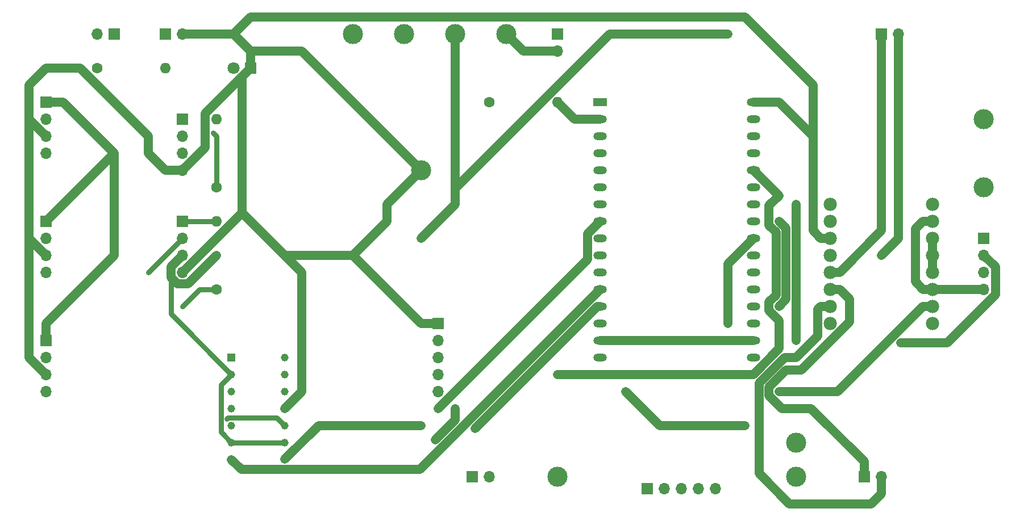
<source format=gbl>
%TF.GenerationSoftware,KiCad,Pcbnew,8.0.7*%
%TF.CreationDate,2025-09-21T15:12:51-04:00*%
%TF.ProjectId,buzzcar_main,62757a7a-6361-4725-9f6d-61696e2e6b69,rev?*%
%TF.SameCoordinates,Original*%
%TF.FileFunction,Copper,L2,Bot*%
%TF.FilePolarity,Positive*%
%FSLAX46Y46*%
G04 Gerber Fmt 4.6, Leading zero omitted, Abs format (unit mm)*
G04 Created by KiCad (PCBNEW 8.0.7) date 2025-09-21 15:12:51*
%MOMM*%
%LPD*%
G01*
G04 APERTURE LIST*
%TA.AperFunction,ComponentPad*%
%ADD10R,2.000000X1.200000*%
%TD*%
%TA.AperFunction,ComponentPad*%
%ADD11O,2.000000X1.200000*%
%TD*%
%TA.AperFunction,ComponentPad*%
%ADD12C,1.600000*%
%TD*%
%TA.AperFunction,ComponentPad*%
%ADD13O,1.600000X1.600000*%
%TD*%
%TA.AperFunction,ComponentPad*%
%ADD14R,1.700000X1.700000*%
%TD*%
%TA.AperFunction,ComponentPad*%
%ADD15O,1.700000X1.700000*%
%TD*%
%TA.AperFunction,ComponentPad*%
%ADD16R,1.800000X1.800000*%
%TD*%
%TA.AperFunction,ComponentPad*%
%ADD17C,1.800000*%
%TD*%
%TA.AperFunction,ComponentPad*%
%ADD18C,3.000000*%
%TD*%
%TA.AperFunction,ComponentPad*%
%ADD19R,1.170000X1.170000*%
%TD*%
%TA.AperFunction,ComponentPad*%
%ADD20C,1.170000*%
%TD*%
%TA.AperFunction,ComponentPad*%
%ADD21C,1.980000*%
%TD*%
%TA.AperFunction,ViaPad*%
%ADD22C,0.600000*%
%TD*%
%TA.AperFunction,Conductor*%
%ADD23C,1.370000*%
%TD*%
%TA.AperFunction,Conductor*%
%ADD24C,0.780000*%
%TD*%
G04 APERTURE END LIST*
D10*
%TO.P,U1,1,3V3*%
%TO.N,unconnected-(U1-3V3-Pad1)*%
X107950000Y-33020000D03*
D11*
%TO.P,U1,2,EN/RESET*%
%TO.N,Net-(U1-EN{slash}RESET)*%
X107950000Y-35560000D03*
%TO.P,U1,3,GPIO4/MTMS*%
%TO.N,Net-(J12-Pin_5)*%
X107950000Y-38100000D03*
%TO.P,U1,4,GPIO5/MTDI*%
%TO.N,Net-(J12-Pin_4)*%
X107950000Y-40640000D03*
%TO.P,U1,5,GPIO6*%
%TO.N,Net-(J12-Pin_3)*%
X107950000Y-43180000D03*
%TO.P,U1,6,GPIO7*%
%TO.N,Net-(J12-Pin_2)*%
X107950000Y-45720000D03*
%TO.P,U1,7,GPIO0*%
%TO.N,Net-(J12-Pin_1)*%
X107950000Y-48260000D03*
%TO.P,U1,8,GPIO1*%
%TO.N,/sens_c*%
X107950000Y-50800000D03*
%TO.P,U1,9,GPIO8/BOOT*%
%TO.N,unconnected-(U1-GPIO8{slash}BOOT-Pad9)*%
X107950000Y-53340000D03*
%TO.P,U1,10,GPIO10*%
%TO.N,unconnected-(U1-GPIO10-Pad10)*%
X107950000Y-55880000D03*
%TO.P,U1,11,GPIO11*%
%TO.N,Net-(U1-GPIO11)*%
X107950000Y-58420000D03*
%TO.P,U1,12,GPIO2*%
%TO.N,/sens_b*%
X107950000Y-60960000D03*
%TO.P,U1,13,GPIO3*%
%TO.N,/sens_a*%
X107950000Y-63500000D03*
%TO.P,U1,14,5V*%
%TO.N,+5V*%
X107950000Y-66040000D03*
%TO.P,U1,15,GND*%
%TO.N,GND*%
X107950000Y-68580000D03*
%TO.P,U1,16,NC*%
%TO.N,unconnected-(U1-NC-Pad16)*%
X107950000Y-71120000D03*
%TO.P,U1,17,NC*%
%TO.N,unconnected-(U1-NC-Pad17)*%
X130810000Y-71120000D03*
%TO.P,U1,18,GND*%
%TO.N,GND*%
X130810000Y-68580000D03*
%TO.P,U1,19,GPIO12/USB_D-*%
%TO.N,unconnected-(U1-GPIO12{slash}USB_D--Pad19)*%
X130810000Y-66040000D03*
%TO.P,U1,20,GPIO13/USB_D+*%
%TO.N,unconnected-(U1-GPIO13{slash}USB_D+-Pad20)*%
X130810000Y-63500000D03*
%TO.P,U1,21,GND*%
%TO.N,unconnected-(U1-GND-Pad21)*%
X130810000Y-60960000D03*
%TO.P,U1,22,GPIO9/BOOT*%
%TO.N,unconnected-(U1-GPIO9{slash}BOOT-Pad22)*%
X130810000Y-58420000D03*
%TO.P,U1,23,GPIO18*%
%TO.N,unconnected-(U1-GPIO18-Pad23)*%
X130810000Y-55880000D03*
%TO.P,U1,24,GPIO19*%
%TO.N,/motor_b_pwm*%
X130810000Y-53340000D03*
%TO.P,U1,25,GPIO20*%
%TO.N,/motor_a_pwm*%
X130810000Y-50800000D03*
%TO.P,U1,26,GPIO21*%
%TO.N,/i2c_scn_scl*%
X130810000Y-48260000D03*
%TO.P,U1,27,GPIO22*%
%TO.N,/i2c_scn_sda*%
X130810000Y-45720000D03*
%TO.P,U1,28,GPIO23*%
%TO.N,/spk_sig*%
X130810000Y-43180000D03*
%TO.P,U1,29,GPIO15/JTAG*%
%TO.N,unconnected-(U1-GPIO15{slash}JTAG-Pad29)*%
X130810000Y-40640000D03*
%TO.P,U1,30,GPIO17/U0RXD*%
%TO.N,unconnected-(U1-GPIO17{slash}U0RXD-Pad30)*%
X130810000Y-38100000D03*
%TO.P,U1,31,GPIO16/U0TXD*%
%TO.N,unconnected-(U1-GPIO16{slash}U0TXD-Pad31)*%
X130810000Y-35560000D03*
%TO.P,U1,32,GND*%
%TO.N,GND*%
X130810000Y-33020000D03*
%TD*%
D12*
%TO.P,R1,1*%
%TO.N,+9V*%
X50800000Y-45720000D03*
D13*
%TO.P,R1,2*%
%TO.N,Net-(J2-Pin_1)*%
X50800000Y-35560000D03*
%TD*%
D14*
%TO.P,J8,1,Pin_1*%
%TO.N,/vo-*%
X88900000Y-88900000D03*
D15*
%TO.P,J8,2,Pin_2*%
%TO.N,/vo+*%
X91440000Y-88900000D03*
%TD*%
D14*
%TO.P,J9,1,Pin_1*%
%TO.N,+5V*%
X25400000Y-33020000D03*
D15*
%TO.P,J9,2,Pin_2*%
%TO.N,+3.3V*%
X25400000Y-35560000D03*
%TO.P,J9,3,Pin_3*%
%TO.N,GND*%
X25400000Y-38100000D03*
%TO.P,J9,4,Pin_4*%
%TO.N,/sig_c*%
X25400000Y-40640000D03*
%TD*%
D16*
%TO.P,D1,1,K*%
%TO.N,GND*%
X55880000Y-27940000D03*
D17*
%TO.P,D1,2,A*%
%TO.N,Net-(D1-A)*%
X53340000Y-27940000D03*
%TD*%
D12*
%TO.P,R4,1*%
%TO.N,+9V*%
X33020000Y-27940000D03*
D13*
%TO.P,R4,2*%
%TO.N,Net-(D1-A)*%
X43180000Y-27940000D03*
%TD*%
D14*
%TO.P,SW2,1,1*%
%TO.N,+5V*%
X101600000Y-22860000D03*
D15*
%TO.P,SW2,2,2*%
%TO.N,Net-(U1-GPIO11)*%
X101600000Y-25400000D03*
%TD*%
D18*
%TO.P,TP5,1,1*%
%TO.N,+9V*%
X165100000Y-35560000D03*
%TD*%
D19*
%TO.P,U2,1,1OUT*%
%TO.N,/sens_c*%
X53020000Y-71120000D03*
D20*
%TO.P,U2,2,1IN-*%
%TO.N,+3.3V*%
X53020000Y-73660000D03*
%TO.P,U2,3,1IN+*%
%TO.N,/sig_c*%
X53020000Y-76200000D03*
%TO.P,U2,4,VCC*%
%TO.N,+5V*%
X53020000Y-78740000D03*
%TO.P,U2,5,2IN+*%
%TO.N,/sig_b*%
X53020000Y-81280000D03*
%TO.P,U2,6,2IN-*%
%TO.N,+3.3V*%
X53020000Y-83820000D03*
%TO.P,U2,7,2OUT*%
%TO.N,/sens_b*%
X53020000Y-86360000D03*
%TO.P,U2,8,3OUT*%
%TO.N,/sens_a*%
X60960000Y-86360000D03*
%TO.P,U2,9,3IN-*%
%TO.N,+3.3V*%
X60960000Y-83820000D03*
%TO.P,U2,10,3IN+*%
%TO.N,/sig_a*%
X60960000Y-81280000D03*
%TO.P,U2,11,GND*%
%TO.N,GND*%
X60960000Y-78740000D03*
%TO.P,U2,12,4IN+*%
%TO.N,unconnected-(U2-4IN+-Pad12)*%
X60960000Y-76200000D03*
%TO.P,U2,13,4IN-*%
%TO.N,unconnected-(U2-4IN--Pad13)*%
X60960000Y-73660000D03*
%TO.P,U2,14,4OUT*%
%TO.N,unconnected-(U2-4OUT-Pad14)*%
X60960000Y-71120000D03*
%TD*%
D12*
%TO.P,R2,1*%
%TO.N,+9V*%
X50800000Y-60960000D03*
D13*
%TO.P,R2,2*%
%TO.N,Net-(J3-Pin_1)*%
X50800000Y-50800000D03*
%TD*%
D21*
%TO.P,U3,1,VM*%
%TO.N,+9V*%
X142240000Y-48260000D03*
%TO.P,U3,2,VCC*%
%TO.N,+3.3V*%
X142240000Y-50800000D03*
%TO.P,U3,3,GND*%
%TO.N,GND*%
X142240000Y-53340000D03*
%TO.P,U3,4,A01*%
%TO.N,Net-(J4-Pin_2)*%
X142240000Y-55880000D03*
%TO.P,U3,5,A02*%
%TO.N,Net-(J4-Pin_1)*%
X142240000Y-58420000D03*
%TO.P,U3,6,B02*%
%TO.N,Net-(J5-Pin_1)*%
X142240000Y-60960000D03*
%TO.P,U3,7,B01*%
%TO.N,Net-(J5-Pin_2)*%
X142240000Y-63500000D03*
%TO.P,U3,8,GND*%
%TO.N,GND*%
X142240000Y-66040000D03*
%TO.P,U3,9,GND*%
X157480000Y-66040000D03*
%TO.P,U3,10,PWMB*%
%TO.N,/motor_b_pwm*%
X157480000Y-63500000D03*
%TO.P,U3,11,BI2*%
%TO.N,GND*%
X157480000Y-60960000D03*
%TO.P,U3,12,BI1*%
%TO.N,+3.3V*%
X157480000Y-58420000D03*
%TO.P,U3,13,STBY*%
X157480000Y-55880000D03*
%TO.P,U3,14,AI1*%
X157480000Y-53340000D03*
%TO.P,U3,15,AI2*%
%TO.N,GND*%
X157480000Y-50800000D03*
%TO.P,U3,16,PWMA*%
%TO.N,/motor_a_pwm*%
X157480000Y-48260000D03*
%TD*%
D18*
%TO.P,TP10,1,1*%
%TO.N,Net-(U1-GPIO11)*%
X93980000Y-22860000D03*
%TD*%
D14*
%TO.P,J11,1,Pin_1*%
%TO.N,+5V*%
X25400000Y-68580000D03*
D15*
%TO.P,J11,2,Pin_2*%
%TO.N,+3.3V*%
X25400000Y-71120000D03*
%TO.P,J11,3,Pin_3*%
%TO.N,GND*%
X25400000Y-73660000D03*
%TO.P,J11,4,Pin_4*%
%TO.N,/sig_a*%
X25400000Y-76200000D03*
%TD*%
D18*
%TO.P,TP6,1,1*%
%TO.N,+3.3V*%
X165100000Y-45720000D03*
%TD*%
%TO.P,TP3,1,1*%
%TO.N,+5V*%
X78740000Y-22860000D03*
%TD*%
D14*
%TO.P,J3,1,Pin_1*%
%TO.N,Net-(J3-Pin_1)*%
X45720000Y-50800000D03*
D15*
%TO.P,J3,2,Pin_2*%
%TO.N,+9V*%
X45720000Y-53340000D03*
%TO.P,J3,3,Pin_3*%
%TO.N,+3.3V*%
X45720000Y-55880000D03*
%TO.P,J3,4,Pin_4*%
%TO.N,GND*%
X45720000Y-58420000D03*
%TD*%
D12*
%TO.P,R3,1*%
%TO.N,+5V*%
X91440000Y-33020000D03*
D13*
%TO.P,R3,2*%
%TO.N,Net-(U1-EN{slash}RESET)*%
X101600000Y-33020000D03*
%TD*%
D14*
%TO.P,SW1,1,A*%
%TO.N,Net-(J1-Pin_1)*%
X35560000Y-22860000D03*
D15*
%TO.P,SW1,2,B*%
%TO.N,+9V*%
X33020000Y-22860000D03*
%TD*%
D18*
%TO.P,TP8,1,1*%
%TO.N,GND*%
X137160000Y-88900000D03*
%TD*%
D14*
%TO.P,J6,1,Pin_1*%
%TO.N,/i2c_scn_sda*%
X165100000Y-53340000D03*
D15*
%TO.P,J6,2,Pin_2*%
%TO.N,/i2c_scn_scl*%
X165100000Y-55880000D03*
%TO.P,J6,3,Pin_3*%
%TO.N,+3.3V*%
X165100000Y-58420000D03*
%TO.P,J6,4,Pin_4*%
%TO.N,GND*%
X165100000Y-60960000D03*
%TD*%
D18*
%TO.P,TP2,1,1*%
%TO.N,GND*%
X81280000Y-43180000D03*
%TD*%
%TO.P,TP7,1,1*%
%TO.N,+5V*%
X101600000Y-88900000D03*
%TD*%
D14*
%TO.P,J7,1,Pin_1*%
%TO.N,GND*%
X83820000Y-66040000D03*
D15*
%TO.P,J7,2,Pin_2*%
%TO.N,+3.3V*%
X83820000Y-68580000D03*
%TO.P,J7,3,Pin_3*%
%TO.N,/spk_sig*%
X83820000Y-71120000D03*
%TO.P,J7,4,Pin_4*%
%TO.N,/vo+*%
X83820000Y-73660000D03*
%TO.P,J7,5,Pin_5*%
%TO.N,/vo-*%
X83820000Y-76200000D03*
%TD*%
D18*
%TO.P,TP9,1,1*%
%TO.N,GND*%
X137160000Y-83820000D03*
%TD*%
D14*
%TO.P,J1,1,Pin_1*%
%TO.N,Net-(J1-Pin_1)*%
X43180000Y-22860000D03*
D15*
%TO.P,J1,2,Pin_2*%
%TO.N,GND*%
X45720000Y-22860000D03*
%TD*%
D14*
%TO.P,J4,1,Pin_1*%
%TO.N,Net-(J4-Pin_1)*%
X149860000Y-22860000D03*
D15*
%TO.P,J4,2,Pin_2*%
%TO.N,Net-(J4-Pin_2)*%
X152400000Y-22860000D03*
%TD*%
D14*
%TO.P,J12,1,Pin_1*%
%TO.N,Net-(J12-Pin_1)*%
X115015000Y-90725000D03*
D15*
%TO.P,J12,2,Pin_2*%
%TO.N,Net-(J12-Pin_2)*%
X117555000Y-90725000D03*
%TO.P,J12,3,Pin_3*%
%TO.N,Net-(J12-Pin_3)*%
X120095000Y-90725000D03*
%TO.P,J12,4,Pin_4*%
%TO.N,Net-(J12-Pin_4)*%
X122635000Y-90725000D03*
%TO.P,J12,5,Pin_5*%
%TO.N,Net-(J12-Pin_5)*%
X125175000Y-90725000D03*
%TD*%
D18*
%TO.P,TP1,1,1*%
%TO.N,+9V*%
X71120000Y-22860000D03*
%TD*%
D14*
%TO.P,J5,1,Pin_1*%
%TO.N,Net-(J5-Pin_1)*%
X147320000Y-88900000D03*
D15*
%TO.P,J5,2,Pin_2*%
%TO.N,Net-(J5-Pin_2)*%
X149860000Y-88900000D03*
%TD*%
D14*
%TO.P,J10,1,Pin_1*%
%TO.N,+5V*%
X25400000Y-50800000D03*
D15*
%TO.P,J10,2,Pin_2*%
%TO.N,+3.3V*%
X25400000Y-53340000D03*
%TO.P,J10,3,Pin_3*%
%TO.N,GND*%
X25400000Y-55880000D03*
%TO.P,J10,4,Pin_4*%
%TO.N,/sig_b*%
X25400000Y-58420000D03*
%TD*%
D14*
%TO.P,J2,1,Pin_1*%
%TO.N,Net-(J2-Pin_1)*%
X45720000Y-35560000D03*
D15*
%TO.P,J2,2,Pin_2*%
%TO.N,+9V*%
X45720000Y-38100000D03*
%TO.P,J2,3,Pin_3*%
%TO.N,+5V*%
X45720000Y-40640000D03*
%TO.P,J2,4,Pin_4*%
%TO.N,GND*%
X45720000Y-43180000D03*
%TD*%
D18*
%TO.P,TP4,1,1*%
%TO.N,+3.3V*%
X86360000Y-22860000D03*
%TD*%
D22*
%TO.N,GND*%
X129540000Y-81280000D03*
X111760000Y-76200000D03*
%TO.N,+9V*%
X40640000Y-58420000D03*
X45720000Y-63500000D03*
%TO.N,+5V*%
X35560000Y-40640000D03*
%TO.N,+3.3V*%
X127000000Y-22860000D03*
X81280000Y-53340000D03*
X50800000Y-55880000D03*
%TO.N,Net-(J4-Pin_2)*%
X149860000Y-55880000D03*
%TO.N,/i2c_scn_sda*%
X137160000Y-48260000D03*
X137160000Y-68580000D03*
%TO.N,/i2c_scn_scl*%
X134620000Y-50800000D03*
X134620000Y-63500000D03*
X152758503Y-68938504D03*
%TO.N,/spk_sig*%
X101600000Y-73660000D03*
%TO.N,/vo-*%
X83396461Y-83396461D03*
X86360000Y-78740000D03*
%TO.N,/sens_a*%
X89323539Y-81703539D03*
X81280000Y-81280000D03*
%TO.N,/sens_c*%
X83820000Y-78740000D03*
%TO.N,/motor_b_pwm*%
X134620000Y-76200000D03*
X127000000Y-66040000D03*
%TO.N,/sig_a*%
X52349150Y-80289150D03*
%TO.N,+9V*%
X50317000Y-37617000D03*
%TD*%
D23*
%TO.N,GND*%
X60960000Y-78740000D02*
X63500000Y-76200000D01*
X139700000Y-30480000D02*
X129540000Y-20320000D01*
X30480000Y-27940000D02*
X40640000Y-38100000D01*
X54610000Y-49530000D02*
X45720000Y-58420000D01*
X22860000Y-35560000D02*
X22860000Y-53340000D01*
X76200000Y-50800000D02*
X76200000Y-48260000D01*
X157480000Y-50800000D02*
X156079929Y-50800000D01*
X71120000Y-55880000D02*
X76200000Y-50800000D01*
X165100000Y-60960000D02*
X157480000Y-60960000D01*
X139700000Y-38100000D02*
X139700000Y-30480000D01*
X55880000Y-27940000D02*
X54610000Y-29210000D01*
X40640000Y-40640000D02*
X43180000Y-43180000D01*
X22860000Y-30480000D02*
X22860000Y-35560000D01*
X45720000Y-22860000D02*
X53340000Y-22860000D01*
X81280000Y-66040000D02*
X71120000Y-55880000D01*
X81280000Y-43180000D02*
X63500000Y-25400000D01*
X22860000Y-35560000D02*
X25400000Y-38100000D01*
X139700000Y-52200071D02*
X139700000Y-38100000D01*
X22860000Y-53340000D02*
X25400000Y-55880000D01*
X154940000Y-59820071D02*
X156079929Y-60960000D01*
X129540000Y-81280000D02*
X116840000Y-81280000D01*
X83820000Y-66040000D02*
X81280000Y-66040000D01*
X140839929Y-53340000D02*
X139700000Y-52200071D01*
X156079929Y-50800000D02*
X154940000Y-51939929D01*
X60960000Y-55880000D02*
X59690000Y-54610000D01*
X68580000Y-55880000D02*
X71120000Y-55880000D01*
X63500000Y-76200000D02*
X63500000Y-58420000D01*
X49115000Y-39785000D02*
X45720000Y-43180000D01*
X107950000Y-68580000D02*
X130810000Y-68580000D01*
X55880000Y-20320000D02*
X53340000Y-22860000D01*
X49115000Y-34705000D02*
X49115000Y-39785000D01*
X134620000Y-33020000D02*
X139700000Y-38100000D01*
X30480000Y-27940000D02*
X25400000Y-27940000D01*
X40640000Y-38100000D02*
X40640000Y-40640000D01*
X59690000Y-54610000D02*
X54610000Y-49530000D01*
X130810000Y-33020000D02*
X134620000Y-33020000D01*
X54610000Y-29210000D02*
X54610000Y-49530000D01*
X25400000Y-27940000D02*
X22860000Y-30480000D01*
X156079929Y-60960000D02*
X157480000Y-60960000D01*
X129540000Y-20320000D02*
X55880000Y-20320000D01*
X142240000Y-53340000D02*
X140839929Y-53340000D01*
X63500000Y-58420000D02*
X59690000Y-54610000D01*
X76200000Y-48260000D02*
X81280000Y-43180000D01*
X154940000Y-51939929D02*
X154940000Y-59820071D01*
X22860000Y-71120000D02*
X25400000Y-73660000D01*
X43180000Y-43180000D02*
X45720000Y-43180000D01*
X55880000Y-27940000D02*
X49115000Y-34705000D01*
X53340000Y-22860000D02*
X55880000Y-25400000D01*
X63500000Y-25400000D02*
X55880000Y-25400000D01*
X22860000Y-53340000D02*
X22860000Y-71120000D01*
X68580000Y-55880000D02*
X60960000Y-55880000D01*
X116840000Y-81280000D02*
X111760000Y-76200000D01*
X55880000Y-25400000D02*
X55880000Y-27940000D01*
D24*
%TO.N,+9V*%
X40640000Y-58420000D02*
X45720000Y-53340000D01*
X50800000Y-60960000D02*
X48260000Y-60960000D01*
X48260000Y-60960000D02*
X45720000Y-63500000D01*
D23*
%TO.N,+5V*%
X27940000Y-33020000D02*
X25400000Y-33020000D01*
X35560000Y-40640000D02*
X27940000Y-33020000D01*
X25400000Y-66040000D02*
X25400000Y-68580000D01*
X35560000Y-40640000D02*
X25400000Y-50800000D01*
X35560000Y-40640000D02*
X35560000Y-55880000D01*
X35560000Y-55880000D02*
X25400000Y-66040000D01*
D24*
%TO.N,Net-(J3-Pin_1)*%
X50800000Y-50800000D02*
X45720000Y-50800000D01*
D23*
%TO.N,+3.3V*%
X86360000Y-48260000D02*
X86360000Y-22860000D01*
X43985000Y-58420000D02*
X43985000Y-59225000D01*
D24*
X60960000Y-83820000D02*
X53020000Y-83820000D01*
X53020000Y-73660000D02*
X43985000Y-64625000D01*
D23*
X86360000Y-45877050D02*
X109377050Y-22860000D01*
D24*
X51442151Y-82242151D02*
X51442151Y-75237849D01*
D23*
X157480000Y-55880000D02*
X157480000Y-58420000D01*
D24*
X53020000Y-83820000D02*
X51442151Y-82242151D01*
D23*
X86360000Y-48260000D02*
X86360000Y-45877050D01*
X43985000Y-57615000D02*
X43985000Y-58420000D01*
X46525000Y-60155000D02*
X50800000Y-55880000D01*
X43985000Y-59225000D02*
X44915000Y-60155000D01*
X45720000Y-55880000D02*
X43985000Y-57615000D01*
D24*
X43985000Y-64625000D02*
X43985000Y-58420000D01*
D23*
X81280000Y-53340000D02*
X86360000Y-48260000D01*
X157480000Y-53340000D02*
X157480000Y-55880000D01*
D24*
X51442151Y-75237849D02*
X53020000Y-73660000D01*
D23*
X44915000Y-60155000D02*
X46525000Y-60155000D01*
X109377050Y-22860000D02*
X127000000Y-22860000D01*
%TO.N,Net-(J4-Pin_1)*%
X143640071Y-58420000D02*
X142240000Y-58420000D01*
X149860000Y-52200071D02*
X143640071Y-58420000D01*
X149860000Y-22860000D02*
X149860000Y-52200071D01*
%TO.N,Net-(J4-Pin_2)*%
X152400000Y-53340000D02*
X149860000Y-55880000D01*
X152400000Y-22860000D02*
X152400000Y-53340000D01*
%TO.N,Net-(J5-Pin_2)*%
X137160000Y-71120000D02*
X135465844Y-71120000D01*
X148305000Y-92995000D02*
X149860000Y-91440000D01*
X135465844Y-71120000D02*
X131626000Y-74959844D01*
X131626000Y-88446000D02*
X136175000Y-92995000D01*
X149860000Y-91440000D02*
X149860000Y-88900000D01*
X136175000Y-92995000D02*
X148305000Y-92995000D01*
X140365000Y-63974929D02*
X140365000Y-67915000D01*
X140365000Y-67915000D02*
X137160000Y-71120000D01*
X140839929Y-63500000D02*
X140365000Y-63974929D01*
X131626000Y-74959844D02*
X131626000Y-88446000D01*
X142240000Y-63500000D02*
X140839929Y-63500000D01*
%TO.N,Net-(J5-Pin_1)*%
X143640071Y-60960000D02*
X142240000Y-60960000D01*
X135663000Y-73039922D02*
X137891729Y-73039922D01*
X133123000Y-76820078D02*
X133123000Y-75579922D01*
X147320000Y-88900000D02*
X147320000Y-86680000D01*
X137891729Y-73039922D02*
X145137071Y-65794580D01*
X139380000Y-78740000D02*
X135042922Y-78740000D01*
X135042922Y-78740000D02*
X133123000Y-76820078D01*
X145137071Y-65794580D02*
X145137071Y-62457000D01*
X145137071Y-62457000D02*
X143640071Y-60960000D01*
X133123000Y-75579922D02*
X135663000Y-73039922D01*
X147320000Y-86680000D02*
X139380000Y-78740000D01*
%TO.N,/i2c_scn_sda*%
X137160000Y-68580000D02*
X137160000Y-48260000D01*
%TO.N,/i2c_scn_scl*%
X134620000Y-63500000D02*
X135663000Y-62457000D01*
X135663000Y-51843000D02*
X134620000Y-50800000D01*
X166835000Y-57615000D02*
X166835000Y-61765000D01*
X166835000Y-61765000D02*
X159661496Y-68938504D01*
X135663000Y-62457000D02*
X135663000Y-51843000D01*
X165100000Y-55880000D02*
X166835000Y-57615000D01*
X159661496Y-68938504D02*
X152758503Y-68938504D01*
%TO.N,/spk_sig*%
X134166000Y-52463078D02*
X134166000Y-61836922D01*
X133123000Y-48487000D02*
X133123000Y-51420078D01*
X134620000Y-46990000D02*
X133123000Y-48487000D01*
X130810000Y-43180000D02*
X134620000Y-46990000D01*
X130770107Y-73660000D02*
X101600000Y-73660000D01*
X133123000Y-51420078D02*
X134166000Y-52463078D01*
X133123000Y-64120078D02*
X134620000Y-65617078D01*
X133123000Y-62879922D02*
X133123000Y-64120078D01*
X134166000Y-61836922D02*
X133123000Y-62879922D01*
X134620000Y-69810107D02*
X130770107Y-73660000D01*
X134620000Y-65617078D02*
X134620000Y-69810107D01*
%TO.N,/vo-*%
X86360000Y-80432922D02*
X83396461Y-83396461D01*
X86360000Y-78740000D02*
X86360000Y-80432922D01*
%TO.N,Net-(U1-EN{slash}RESET)*%
X104140000Y-35560000D02*
X107950000Y-35560000D01*
X101600000Y-33020000D02*
X104140000Y-35560000D01*
%TO.N,Net-(U1-GPIO11)*%
X101600000Y-25400000D02*
X96520000Y-25400000D01*
X96520000Y-25400000D02*
X93980000Y-22860000D01*
%TO.N,/sens_b*%
X107950000Y-60960000D02*
X81080000Y-87830000D01*
X81080000Y-87830000D02*
X54490000Y-87830000D01*
X54490000Y-87830000D02*
X53020000Y-86360000D01*
%TO.N,/sens_a*%
X81280000Y-81280000D02*
X66040000Y-81280000D01*
X60987000Y-86333000D02*
X60960000Y-86333000D01*
X66040000Y-81280000D02*
X60987000Y-86333000D01*
X107950000Y-63500000D02*
X107527078Y-63500000D01*
X107527078Y-63500000D02*
X89323539Y-81703539D01*
%TO.N,/sens_c*%
X106065000Y-56495000D02*
X83820000Y-78740000D01*
X107950000Y-50800000D02*
X106065000Y-52685000D01*
X106065000Y-52685000D02*
X106065000Y-56495000D01*
%TO.N,/motor_b_pwm*%
X127000000Y-66040000D02*
X127000000Y-57150000D01*
X157480000Y-63500000D02*
X156079929Y-63500000D01*
X156079929Y-63500000D02*
X143379929Y-76200000D01*
X127000000Y-57150000D02*
X130810000Y-53340000D01*
X143379929Y-76200000D02*
X134620000Y-76200000D01*
D24*
%TO.N,/sig_a*%
X52533299Y-80105000D02*
X59785000Y-80105000D01*
X59785000Y-80105000D02*
X60960000Y-81280000D01*
X52349150Y-80289150D02*
X52533299Y-80105000D01*
%TO.N,+9V*%
X50800000Y-45720000D02*
X50800000Y-38100000D01*
X50800000Y-38100000D02*
X50317000Y-37617000D01*
%TD*%
M02*

</source>
